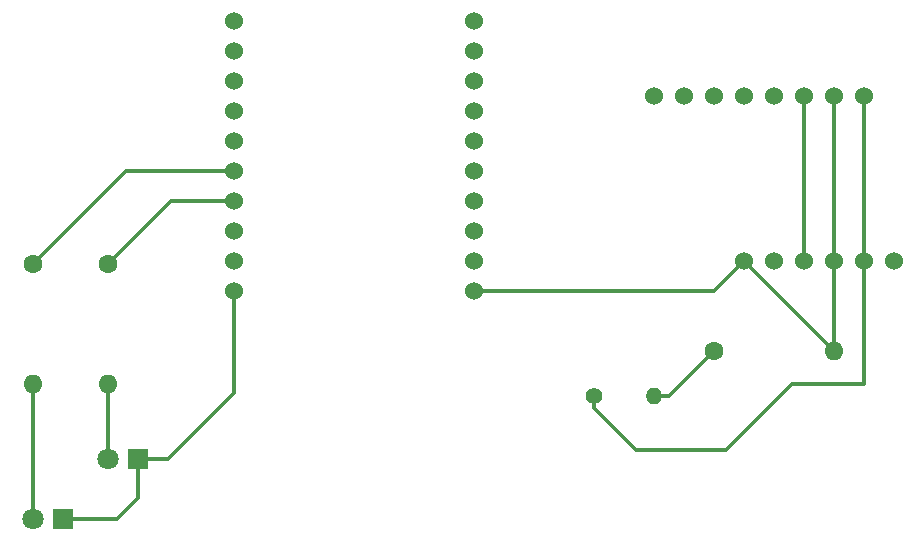
<source format=gbr>
%TF.GenerationSoftware,KiCad,Pcbnew,(5.1.10)-1*%
%TF.CreationDate,2021-11-06T16:25:45-04:00*%
%TF.ProjectId,SmartHub,536d6172-7448-4756-922e-6b696361645f,rev?*%
%TF.SameCoordinates,Original*%
%TF.FileFunction,Copper,L1,Top*%
%TF.FilePolarity,Positive*%
%FSLAX46Y46*%
G04 Gerber Fmt 4.6, Leading zero omitted, Abs format (unit mm)*
G04 Created by KiCad (PCBNEW (5.1.10)-1) date 2021-11-06 16:25:45*
%MOMM*%
%LPD*%
G01*
G04 APERTURE LIST*
%TA.AperFunction,ComponentPad*%
%ADD10C,1.524000*%
%TD*%
%TA.AperFunction,ComponentPad*%
%ADD11C,1.600000*%
%TD*%
%TA.AperFunction,ComponentPad*%
%ADD12O,1.600000X1.600000*%
%TD*%
%TA.AperFunction,ComponentPad*%
%ADD13R,1.800000X1.800000*%
%TD*%
%TA.AperFunction,ComponentPad*%
%ADD14C,1.800000*%
%TD*%
%TA.AperFunction,ComponentPad*%
%ADD15C,1.400000*%
%TD*%
%TA.AperFunction,ComponentPad*%
%ADD16O,1.400000X1.400000*%
%TD*%
%TA.AperFunction,Conductor*%
%ADD17C,0.304800*%
%TD*%
G04 APERTURE END LIST*
D10*
%TO.P,RTC,8*%
%TO.N,Net-(U1-Pad8)*%
X175184000Y-72606000D03*
%TO.P,RTC,7*%
%TO.N,Net-(U1-Pad7)*%
X177724000Y-72606000D03*
%TO.P,RTC,6*%
%TO.N,Net-(U1-Pad6)*%
X180264000Y-72606000D03*
%TO.P,RTC,5*%
%TO.N,Net-(U1-Pad5)*%
X182804000Y-72606000D03*
%TO.P,RTC,4*%
%TO.N,Net-(U1-Pad4)*%
X185344000Y-72606000D03*
%TO.P,RTC,3*%
%TO.N,Net-(U1-Pad3)*%
X187884000Y-72606000D03*
%TO.P,RTC,2*%
%TO.N,GND*%
X190424000Y-72606000D03*
%TO.P,RTC,1*%
%TO.N,Net-(SW1-Pad1)*%
X192964000Y-72606000D03*
%TD*%
%TO.P,BH1750,6*%
%TO.N,GND*%
X182804000Y-86576000D03*
%TO.P,BH1750,5*%
%TO.N,Net-(U1-Pad4)*%
X185344000Y-86576000D03*
%TO.P,BH1750,4*%
%TO.N,Net-(U1-Pad3)*%
X187884000Y-86576000D03*
%TO.P,BH1750,3*%
%TO.N,GND*%
X190424000Y-86576000D03*
%TO.P,BH1750,2*%
%TO.N,Net-(SW1-Pad1)*%
X192964000Y-86576000D03*
%TO.P,BH1750,1*%
%TO.N,Net-(U2-Pad1)*%
X195504000Y-86576000D03*
%TD*%
D11*
%TO.P,R1,1*%
%TO.N,Net-(R1-Pad1)*%
X180264000Y-94196000D03*
D12*
%TO.P,R1,2*%
%TO.N,GND*%
X190424000Y-94196000D03*
%TD*%
D10*
%TO.P,HUZZAH,11*%
%TO.N,GND*%
X159944000Y-89116000D03*
%TO.P,HUZZAH,12*%
%TO.N,Net-(u1-Pad12)*%
X159944000Y-86576000D03*
%TO.P,HUZZAH,17*%
%TO.N,Net-(U1-Pad4)*%
X159944000Y-73876000D03*
%TO.P,HUZZAH,19*%
%TO.N,Net-(u1-Pad19)*%
X159944000Y-68796000D03*
%TO.P,HUZZAH,13*%
%TO.N,Net-(SW1-Pad1)*%
X159944000Y-84036000D03*
%TO.P,HUZZAH,14*%
%TO.N,Net-(R1-Pad1)*%
X159944000Y-81496000D03*
%TO.P,HUZZAH,15*%
%TO.N,Net-(u1-Pad15)*%
X159944000Y-78956000D03*
%TO.P,HUZZAH,20*%
%TO.N,Net-(u1-Pad20)*%
X159944000Y-66256000D03*
%TO.P,HUZZAH,18*%
%TO.N,Net-(U1-Pad3)*%
X159944000Y-71336000D03*
%TO.P,HUZZAH,16*%
%TO.N,Net-(u1-Pad16)*%
X159944000Y-76416000D03*
%TO.P,HUZZAH,10*%
%TO.N,GND*%
X139624000Y-89116000D03*
%TO.P,HUZZAH,9*%
%TO.N,Net-(u1-Pad9)*%
X139624000Y-86576000D03*
%TO.P,HUZZAH,8*%
%TO.N,Net-(u1-Pad8)*%
X139624000Y-84036000D03*
%TO.P,HUZZAH,7*%
%TO.N,Net-(R3-Pad1)*%
X139624000Y-81496000D03*
%TO.P,HUZZAH,6*%
%TO.N,Net-(R2-Pad1)*%
X139624000Y-78956000D03*
%TO.P,HUZZAH,5*%
%TO.N,Net-(u1-Pad5)*%
X139624000Y-76416000D03*
%TO.P,HUZZAH,4*%
%TO.N,Net-(u1-Pad4)*%
X139624000Y-73876000D03*
%TO.P,HUZZAH,3*%
%TO.N,Net-(u1-Pad3)*%
X139624000Y-71336000D03*
%TO.P,HUZZAH,2*%
%TO.N,Net-(u1-Pad2)*%
X139624000Y-68796000D03*
%TO.P,HUZZAH,1*%
%TO.N,Net-(u1-Pad1)*%
X139624000Y-66256000D03*
%TD*%
D13*
%TO.P,D1,1*%
%TO.N,GND*%
X125146000Y-108420000D03*
D14*
%TO.P,D1,2*%
%TO.N,Net-(D1-Pad2)*%
X122606000Y-108420000D03*
%TD*%
D13*
%TO.P,D2,1*%
%TO.N,GND*%
X131496000Y-103340000D03*
D14*
%TO.P,D2,2*%
%TO.N,Net-(D2-Pad2)*%
X128956000Y-103340000D03*
%TD*%
D11*
%TO.P,R2,1*%
%TO.N,Net-(R2-Pad1)*%
X122606000Y-86830000D03*
D12*
%TO.P,R2,2*%
%TO.N,Net-(D1-Pad2)*%
X122606000Y-96990000D03*
%TD*%
D11*
%TO.P,R3,1*%
%TO.N,Net-(R3-Pad1)*%
X128956000Y-86830000D03*
D12*
%TO.P,R3,2*%
%TO.N,Net-(D2-Pad2)*%
X128956000Y-96990000D03*
%TD*%
D15*
%TO.P,SW1,1*%
%TO.N,Net-(SW1-Pad1)*%
X170104000Y-98006000D03*
D16*
%TO.P,SW1,2*%
%TO.N,Net-(R1-Pad1)*%
X175184000Y-98006000D03*
%TD*%
D17*
%TO.N,GND*%
X125146000Y-108420000D02*
X129718000Y-108420000D01*
X131496000Y-106642000D02*
X131496000Y-103340000D01*
X129718000Y-108420000D02*
X131496000Y-106642000D01*
X131496000Y-103340000D02*
X134036000Y-103340000D01*
X139624000Y-97752000D02*
X139624000Y-89116000D01*
X134036000Y-103340000D02*
X139624000Y-97752000D01*
%TO.N,Net-(D1-Pad2)*%
X122606000Y-96990000D02*
X122606000Y-108420000D01*
%TO.N,Net-(D2-Pad2)*%
X128956000Y-96990000D02*
X128956000Y-103340000D01*
%TO.N,Net-(R1-Pad1)*%
X176454000Y-98006000D02*
X180264000Y-94196000D01*
X175184000Y-98006000D02*
X176454000Y-98006000D01*
%TO.N,GND*%
X190424000Y-72606000D02*
X190424000Y-86576000D01*
X190424000Y-86576000D02*
X190424000Y-94196000D01*
X180264000Y-89116000D02*
X182804000Y-86576000D01*
X159944000Y-89116000D02*
X180264000Y-89116000D01*
X182804000Y-86576000D02*
X190424000Y-94196000D01*
%TO.N,Net-(R2-Pad1)*%
X130480000Y-78956000D02*
X122606000Y-86830000D01*
X139624000Y-78956000D02*
X130480000Y-78956000D01*
%TO.N,Net-(R3-Pad1)*%
X134290000Y-81496000D02*
X128956000Y-86830000D01*
X139624000Y-81496000D02*
X134290000Y-81496000D01*
%TO.N,Net-(SW1-Pad1)*%
X192964000Y-72606000D02*
X192964000Y-86576000D01*
X192964000Y-96990000D02*
X192964000Y-86576000D01*
X192964000Y-96990000D02*
X186868000Y-96990000D01*
X186868000Y-96990000D02*
X181280000Y-102578000D01*
X181280000Y-102578000D02*
X173660000Y-102578000D01*
X170104000Y-99022000D02*
X173660000Y-102578000D01*
X170104000Y-98006000D02*
X170104000Y-99022000D01*
%TO.N,Net-(U1-Pad3)*%
X187884000Y-72606000D02*
X187884000Y-86576000D01*
%TD*%
M02*

</source>
